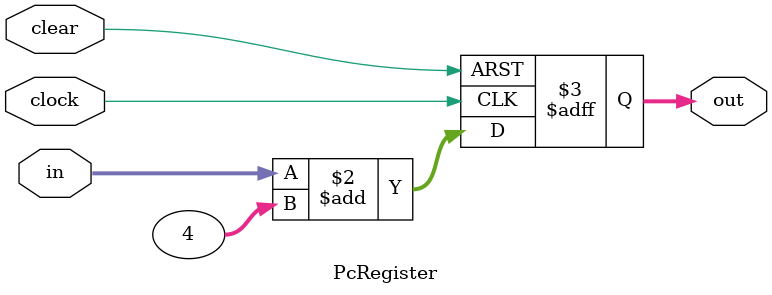
<source format=v>
module PcRegister(input clock,
		input clear,
		input[31:0] in,
		output reg[31:0] out);

	// The initial value for the PC register is 0x400000;
	always @(posedge clear, negedge clock)
		if (clear)
			out = 32'h00400000;
		else
			out = in + 4;
endmodule

</source>
